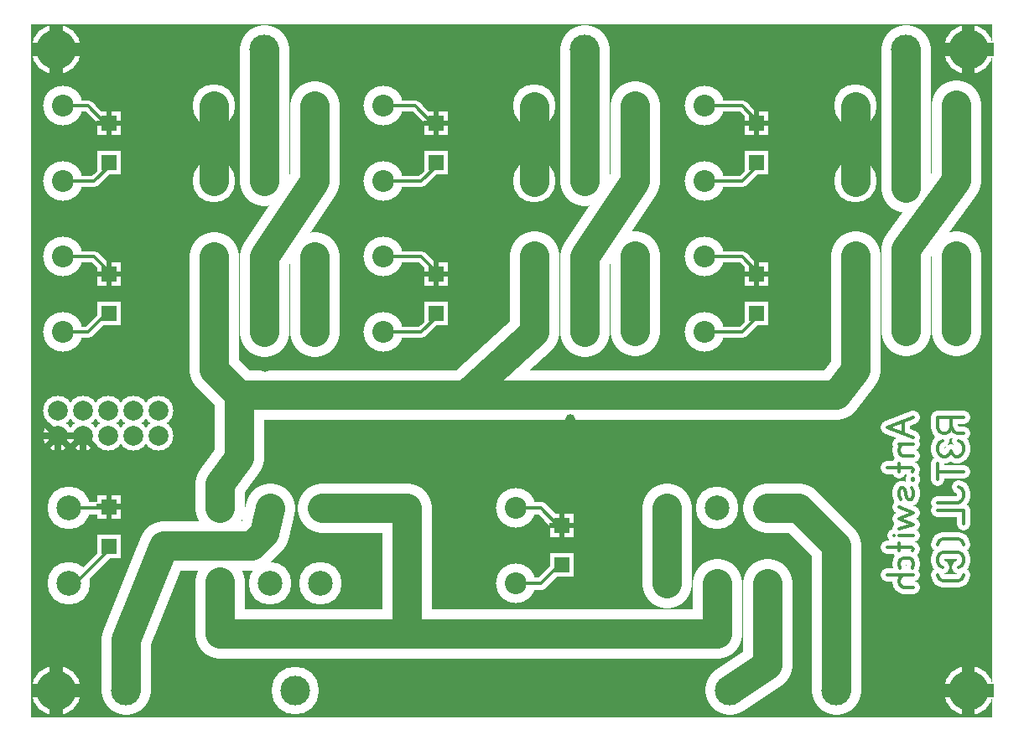
<source format=gbr>
%FSLAX34Y34*%
%MOMM*%
%LNCOPPER_BOTTOM*%
G71*
G01*
%ADD10C, 4.000*%
%ADD11C, 4.300*%
%ADD12C, 4.800*%
%ADD13C, 5.000*%
%ADD14C, 3.000*%
%ADD15C, 3.000*%
%ADD16R, 2.400X2.400*%
%ADD17C, 3.000*%
%ADD18C, 1.100*%
%ADD19C, 1.300*%
%ADD20C, 5.000*%
%ADD21C, 1.333*%
%ADD22C, 1.000*%
%ADD23C, 0.533*%
%ADD24C, 0.667*%
%ADD25C, 2.200*%
%ADD26C, 2.500*%
%ADD27R, 1.600X1.600*%
%ADD28C, 2.000*%
%ADD29C, 0.300*%
%ADD30C, 4.000*%
%ADD31C, 0.333*%
%LPD*%
G36*
X0Y0D02*
X970000Y0D01*
X970000Y-700000D01*
X0Y-700000D01*
X0Y0D01*
G37*
%LPC*%
X679450Y-82551D02*
G54D10*
D03*
X679450Y-158751D02*
G54D10*
D03*
X831850Y-82551D02*
G54D11*
D03*
X882650Y-82551D02*
G54D11*
D03*
X933450Y-82551D02*
G54D11*
D03*
X831850Y-158751D02*
G54D11*
D03*
X882650Y-158751D02*
G54D11*
D03*
X933450Y-158751D02*
G54D11*
D03*
X882650Y-25400D02*
G54D12*
D03*
X558800Y-25400D02*
G54D12*
D03*
X234950Y-25400D02*
G54D12*
D03*
X31750Y-234951D02*
G54D10*
D03*
X31750Y-311151D02*
G54D10*
D03*
X184150Y-234951D02*
G54D11*
D03*
X234950Y-234951D02*
G54D11*
D03*
X285750Y-234951D02*
G54D11*
D03*
X184150Y-311151D02*
G54D11*
D03*
X234950Y-311151D02*
G54D11*
D03*
X285750Y-311151D02*
G54D11*
D03*
X31750Y-82551D02*
G54D10*
D03*
X31750Y-158751D02*
G54D10*
D03*
X184150Y-82551D02*
G54D11*
D03*
X234950Y-82551D02*
G54D11*
D03*
X285750Y-82551D02*
G54D11*
D03*
X184150Y-158751D02*
G54D11*
D03*
X234950Y-158751D02*
G54D11*
D03*
X285750Y-158751D02*
G54D11*
D03*
X355600Y-82551D02*
G54D10*
D03*
X355600Y-158751D02*
G54D10*
D03*
X508000Y-82551D02*
G54D11*
D03*
X558800Y-82551D02*
G54D11*
D03*
X609600Y-82551D02*
G54D11*
D03*
X508000Y-158751D02*
G54D11*
D03*
X558800Y-158751D02*
G54D11*
D03*
X609600Y-158751D02*
G54D11*
D03*
X355601Y-234952D02*
G54D10*
D03*
X355601Y-311152D02*
G54D10*
D03*
X508001Y-234952D02*
G54D11*
D03*
X558801Y-234952D02*
G54D11*
D03*
X609601Y-234952D02*
G54D11*
D03*
X508001Y-311152D02*
G54D11*
D03*
X558801Y-311152D02*
G54D11*
D03*
X609601Y-311152D02*
G54D11*
D03*
X679450Y-234951D02*
G54D10*
D03*
X679450Y-311151D02*
G54D10*
D03*
X831850Y-234951D02*
G54D11*
D03*
X882650Y-234951D02*
G54D11*
D03*
X933450Y-234951D02*
G54D11*
D03*
X831850Y-311151D02*
G54D11*
D03*
X882650Y-311151D02*
G54D11*
D03*
X933450Y-311151D02*
G54D11*
D03*
G54D13*
X882650Y-25400D02*
X882650Y-165100D01*
G54D13*
X558800Y-25400D02*
X558800Y-158750D01*
G54D13*
X234950Y-25400D02*
X234950Y-158750D01*
X488950Y-488952D02*
G54D10*
D03*
X488950Y-565152D02*
G54D10*
D03*
X641350Y-488952D02*
G54D11*
D03*
X692150Y-488952D02*
G54D11*
D03*
X742950Y-488952D02*
G54D11*
D03*
X641350Y-565152D02*
G54D11*
D03*
X692150Y-565152D02*
G54D11*
D03*
X742950Y-565152D02*
G54D11*
D03*
G54D13*
X609600Y-81756D02*
X609600Y-157956D01*
X558800Y-234156D01*
X558800Y-310356D01*
G54D13*
X285750Y-81756D02*
X285750Y-157956D01*
X234950Y-234156D01*
X234950Y-310356D01*
G54D13*
X933450Y-80962D02*
X933450Y-157162D01*
X882650Y-227012D01*
X882650Y-309562D01*
X38100Y-488951D02*
G54D11*
D03*
X38100Y-565151D02*
G54D11*
D03*
X190500Y-488951D02*
G54D11*
D03*
X241300Y-488951D02*
G54D11*
D03*
X292100Y-488951D02*
G54D11*
D03*
X190500Y-565151D02*
G54D11*
D03*
X241300Y-565151D02*
G54D11*
D03*
X292100Y-565151D02*
G54D11*
D03*
G54D13*
X184150Y-310356D02*
X184150Y-348456D01*
X209550Y-373856D01*
X812800Y-373856D01*
X831850Y-348456D01*
X831850Y-310356D01*
G54D13*
X508000Y-310356D02*
X438150Y-373856D01*
G54D13*
X241300Y-488156D02*
X234950Y-513556D01*
X222250Y-526256D01*
X133350Y-526256D01*
X95250Y-621506D01*
X95250Y-672306D01*
G54D13*
X190500Y-488156D02*
X190500Y-464344D01*
X209550Y-437356D01*
X209550Y-373856D01*
G54D13*
X190500Y-562769D02*
X190500Y-615156D01*
X692150Y-615156D01*
X692150Y-564356D01*
G54D13*
X641350Y-564356D02*
X641350Y-488156D01*
G54D13*
X742950Y-564356D02*
X742950Y-646906D01*
X704850Y-672306D01*
G54D13*
X742950Y-488156D02*
X774700Y-488156D01*
X812800Y-526256D01*
X812800Y-672306D01*
X95250Y-673100D02*
G54D12*
D03*
X266700Y-673100D02*
G54D12*
D03*
X704850Y-673100D02*
G54D12*
D03*
X812800Y-673100D02*
G54D12*
D03*
G54D13*
X831850Y-233362D02*
X831850Y-309562D01*
G54D13*
X933450Y-233362D02*
X933450Y-309562D01*
G54D13*
X609600Y-233362D02*
X609600Y-309562D01*
G54D13*
X508000Y-233362D02*
X508000Y-309562D01*
G54D13*
X285750Y-234156D02*
X285750Y-310356D01*
G54D13*
X184150Y-234156D02*
X184150Y-310356D01*
G54D14*
X184150Y-82550D02*
X184150Y-158750D01*
G54D14*
X508000Y-83344D02*
X508000Y-159544D01*
G54D14*
X831850Y-83344D02*
X831850Y-159544D01*
X127000Y-25400D02*
G54D15*
D03*
X444500Y-25400D02*
G54D15*
D03*
X774700Y-25400D02*
G54D15*
D03*
X158750Y-673100D02*
G54D15*
D03*
X336550Y-673100D02*
G54D15*
D03*
X635000Y-673100D02*
G54D15*
D03*
X889000Y-673100D02*
G54D15*
D03*
X78449Y-139724D02*
G54D16*
D03*
X78449Y-100024D02*
G54D16*
D03*
X128492Y-390098D02*
G54D17*
D03*
X128492Y-415498D02*
G54D17*
D03*
X103092Y-390098D02*
G54D17*
D03*
X103092Y-415498D02*
G54D17*
D03*
X77692Y-390098D02*
G54D17*
D03*
X77692Y-415498D02*
G54D17*
D03*
X52292Y-390098D02*
G54D17*
D03*
X52292Y-415498D02*
G54D17*
D03*
X26892Y-390098D02*
G54D17*
D03*
X26892Y-415498D02*
G54D17*
D03*
X408649Y-139724D02*
G54D16*
D03*
X408649Y-100024D02*
G54D16*
D03*
X732499Y-139724D02*
G54D16*
D03*
X732499Y-100024D02*
G54D16*
D03*
X78449Y-292124D02*
G54D16*
D03*
X78449Y-252424D02*
G54D16*
D03*
X408649Y-292124D02*
G54D16*
D03*
X408649Y-252424D02*
G54D16*
D03*
X732499Y-292124D02*
G54D16*
D03*
X732499Y-252424D02*
G54D16*
D03*
G54D18*
X31750Y-82550D02*
X57150Y-82550D01*
X76200Y-101600D01*
G54D18*
X355600Y-82550D02*
X387350Y-82550D01*
X406400Y-101600D01*
G54D18*
X679450Y-82550D02*
X717550Y-82550D01*
X736600Y-101600D01*
G54D18*
X31750Y-234950D02*
X63500Y-234950D01*
X82550Y-254000D01*
G54D18*
X355600Y-234950D02*
X393700Y-234950D01*
X412750Y-254000D01*
G54D18*
X679450Y-234950D02*
X717550Y-234950D01*
X736600Y-254000D01*
G54D18*
X31750Y-311150D02*
X57150Y-311150D01*
X76200Y-292100D01*
G54D18*
X31750Y-158750D02*
X63500Y-158750D01*
X82550Y-139700D01*
G54D18*
X355600Y-158750D02*
X393700Y-158750D01*
X412750Y-139700D01*
G54D18*
X679450Y-158750D02*
X717550Y-158750D01*
X736600Y-139700D01*
G54D18*
X679450Y-311150D02*
X717550Y-311150D01*
X736600Y-292100D01*
G54D18*
X355600Y-311150D02*
X393700Y-311150D01*
X412750Y-292100D01*
X535649Y-546124D02*
G54D16*
D03*
X535649Y-506424D02*
G54D16*
D03*
X78449Y-527074D02*
G54D16*
D03*
X78449Y-487374D02*
G54D16*
D03*
G54D19*
X488950Y-488950D02*
X514350Y-488950D01*
X533400Y-508000D01*
G54D19*
X38100Y-488950D02*
X76200Y-488950D01*
X946150Y-25400D02*
G54D20*
D03*
X25400Y-25400D02*
G54D20*
D03*
X25400Y-673100D02*
G54D20*
D03*
X946150Y-673100D02*
G54D20*
D03*
G54D21*
X890862Y-397050D02*
X864195Y-407050D01*
X890862Y-417050D01*
G54D21*
X880862Y-401050D02*
X880862Y-413050D01*
G54D21*
X890862Y-424382D02*
X875862Y-424382D01*
G54D21*
X879195Y-424382D02*
X876862Y-426382D01*
X875862Y-430382D01*
X876862Y-434382D01*
X879195Y-436382D01*
X890862Y-436382D01*
G54D21*
X864195Y-447716D02*
X889195Y-447716D01*
X890862Y-449716D01*
X890195Y-451716D01*
G54D21*
X875862Y-443716D02*
X875862Y-451716D01*
G54D21*
X890862Y-460648D02*
X890862Y-459048D01*
X889528Y-459048D01*
X889528Y-460648D01*
X890862Y-460648D01*
X890862Y-459048D01*
G54D21*
X889195Y-467982D02*
X890862Y-471982D01*
X890862Y-475982D01*
X889195Y-479982D01*
X885862Y-479982D01*
X884195Y-477982D01*
X882528Y-469982D01*
X880862Y-467982D01*
X877528Y-467982D01*
X875862Y-471982D01*
X875862Y-475982D01*
X877528Y-479982D01*
G54D21*
X875862Y-487314D02*
X890862Y-493314D01*
X875862Y-499314D01*
X890862Y-505314D01*
X875862Y-509314D01*
G54D21*
X890862Y-516648D02*
X875862Y-516648D01*
G54D21*
X870862Y-516648D02*
X870862Y-516648D01*
G54D21*
X864195Y-527980D02*
X889195Y-527980D01*
X890862Y-529980D01*
X890195Y-531980D01*
G54D21*
X875862Y-523980D02*
X875862Y-531980D01*
G54D21*
X876862Y-549314D02*
X875862Y-545314D01*
X876862Y-541314D01*
X880195Y-539314D01*
X886862Y-539314D01*
X890195Y-541314D01*
X890862Y-545314D01*
X890195Y-549314D01*
G54D21*
X890862Y-556646D02*
X864195Y-556646D01*
G54D21*
X880195Y-556646D02*
X876862Y-558646D01*
X875862Y-562646D01*
X876862Y-566646D01*
X880195Y-568646D01*
X890862Y-568646D01*
G54D21*
X928329Y-405338D02*
X931662Y-411338D01*
X934996Y-413338D01*
X941662Y-413338D01*
G54D21*
X941662Y-397338D02*
X914996Y-397338D01*
X914996Y-407338D01*
X916662Y-411338D01*
X919996Y-413338D01*
X923329Y-413338D01*
X926662Y-411338D01*
X928329Y-407338D01*
X928329Y-397338D01*
G54D21*
X919996Y-420671D02*
X916662Y-422671D01*
X914996Y-426671D01*
X914996Y-430671D01*
X916662Y-434671D01*
X919996Y-436671D01*
X923329Y-436671D01*
X926662Y-434671D01*
X928329Y-430671D01*
X929996Y-434671D01*
X933329Y-436671D01*
X936662Y-436671D01*
X939996Y-434671D01*
X941662Y-430671D01*
X941662Y-426671D01*
X939996Y-422671D01*
X936662Y-420671D01*
G54D21*
X941662Y-452004D02*
X914996Y-452004D01*
G54D21*
X914996Y-444004D02*
X914996Y-460004D01*
G54D21*
X914996Y-483337D02*
X936662Y-483337D01*
X939996Y-481337D01*
X941662Y-477337D01*
X941662Y-473337D01*
X939996Y-469337D01*
X936662Y-467337D01*
G54D21*
X914996Y-490670D02*
X941662Y-490670D01*
X941662Y-504670D01*
G54D21*
X914996Y-525736D02*
X916662Y-521736D01*
X919996Y-519736D01*
X936662Y-519736D01*
X939996Y-521736D01*
X941662Y-525736D01*
G54D21*
X936662Y-549069D02*
X939996Y-547069D01*
X941662Y-543069D01*
X941662Y-539069D01*
X939996Y-535069D01*
X936662Y-533069D01*
X919996Y-533069D01*
X916662Y-535069D01*
X914996Y-539069D01*
X914996Y-543069D01*
X916662Y-547069D01*
X919996Y-549069D01*
G54D21*
X914996Y-556402D02*
X916662Y-560402D01*
X919996Y-562402D01*
X936662Y-562402D01*
X939996Y-560402D01*
X941662Y-556402D01*
G54D19*
X38100Y-565150D02*
X44450Y-565150D01*
X82550Y-527050D01*
G54D19*
X488950Y-565150D02*
X514350Y-565150D01*
X533400Y-546100D01*
G54D13*
X379412Y-615156D02*
X379412Y-488156D01*
X293688Y-488156D01*
X858838Y-511175D02*
G54D22*
D03*
X779463Y-595312D02*
G54D22*
D03*
X927100Y-604838D02*
G54D22*
D03*
X430213Y-488950D02*
G54D22*
D03*
X585788Y-525462D02*
G54D22*
D03*
X379413Y-647700D02*
G54D22*
D03*
X131763Y-484188D02*
G54D22*
D03*
X444500Y-300038D02*
G54D22*
D03*
X176213Y-400050D02*
G54D22*
D03*
X127000Y-230188D02*
G54D22*
D03*
X782638Y-300038D02*
G54D22*
D03*
X452438Y-227012D02*
G54D22*
D03*
X782638Y-195262D02*
G54D22*
D03*
X88900Y-214312D02*
G54D22*
D03*
X22226Y-195262D02*
G54D22*
D03*
X39688Y-447675D02*
G54D22*
D03*
X125413Y-152400D02*
G54D22*
D03*
X320676Y-104775D02*
G54D22*
D03*
X465138Y-119062D02*
G54D22*
D03*
X644526Y-117475D02*
G54D22*
D03*
X785813Y-95250D02*
G54D22*
D03*
X876300Y-360362D02*
G54D22*
D03*
X544513Y-398462D02*
G54D22*
D03*
X249238Y-415925D02*
G54D22*
D03*
X236538Y-346075D02*
G54D22*
D03*
X338138Y-541338D02*
G54D22*
D03*
X146050Y-582612D02*
G54D22*
D03*
X950913Y-198438D02*
G54D22*
D03*
%LPD*%
G54D23*
G36*
X78449Y-97358D02*
X90949Y-97358D01*
X90949Y-102691D01*
X78449Y-102691D01*
X78449Y-97358D01*
G37*
G36*
X81116Y-100024D02*
X81116Y-112524D01*
X75783Y-112524D01*
X75783Y-100024D01*
X81116Y-100024D01*
G37*
G36*
X78449Y-102691D02*
X65949Y-102691D01*
X65949Y-97358D01*
X78449Y-97358D01*
X78449Y-102691D01*
G37*
G36*
X75783Y-100024D02*
X75783Y-87524D01*
X81116Y-87524D01*
X81116Y-100024D01*
X75783Y-100024D01*
G37*
G54D24*
G36*
X54649Y-413141D02*
X65609Y-424101D01*
X60895Y-428815D01*
X49935Y-417855D01*
X54649Y-413141D01*
G37*
G36*
X55625Y-415498D02*
X55625Y-430998D01*
X48959Y-430998D01*
X48959Y-415498D01*
X55625Y-415498D01*
G37*
G36*
X54649Y-417855D02*
X43689Y-428815D01*
X38975Y-424101D01*
X49935Y-413141D01*
X54649Y-417855D01*
G37*
G36*
X52292Y-418831D02*
X36792Y-418831D01*
X36792Y-412165D01*
X52292Y-412165D01*
X52292Y-418831D01*
G37*
G54D24*
G36*
X26892Y-412165D02*
X42392Y-412165D01*
X42392Y-418831D01*
X26892Y-418831D01*
X26892Y-412165D01*
G37*
G36*
X29249Y-413141D02*
X40209Y-424101D01*
X35495Y-428815D01*
X24535Y-417855D01*
X29249Y-413141D01*
G37*
G36*
X30225Y-415498D02*
X30225Y-430998D01*
X23559Y-430998D01*
X23559Y-415498D01*
X30225Y-415498D01*
G37*
G36*
X29249Y-417855D02*
X18289Y-428815D01*
X13575Y-424101D01*
X24535Y-413141D01*
X29249Y-417855D01*
G37*
G36*
X26892Y-418831D02*
X11392Y-418831D01*
X11392Y-412165D01*
X26892Y-412165D01*
X26892Y-418831D01*
G37*
G36*
X24535Y-417855D02*
X13575Y-406895D01*
X18289Y-402181D01*
X29249Y-413141D01*
X24535Y-417855D01*
G37*
G54D23*
G36*
X408649Y-97358D02*
X421149Y-97358D01*
X421149Y-102691D01*
X408649Y-102691D01*
X408649Y-97358D01*
G37*
G36*
X411316Y-100024D02*
X411316Y-112524D01*
X405983Y-112524D01*
X405983Y-100024D01*
X411316Y-100024D01*
G37*
G36*
X408649Y-102691D02*
X396149Y-102691D01*
X396149Y-97358D01*
X408649Y-97358D01*
X408649Y-102691D01*
G37*
G36*
X405983Y-100024D02*
X405983Y-87524D01*
X411316Y-87524D01*
X411316Y-100024D01*
X405983Y-100024D01*
G37*
G54D23*
G36*
X732499Y-97358D02*
X744999Y-97358D01*
X744999Y-102691D01*
X732499Y-102691D01*
X732499Y-97358D01*
G37*
G36*
X735166Y-100024D02*
X735166Y-112524D01*
X729833Y-112524D01*
X729833Y-100024D01*
X735166Y-100024D01*
G37*
G36*
X732499Y-102691D02*
X719999Y-102691D01*
X719999Y-97358D01*
X732499Y-97358D01*
X732499Y-102691D01*
G37*
G36*
X729833Y-100024D02*
X729833Y-87524D01*
X735166Y-87524D01*
X735166Y-100024D01*
X729833Y-100024D01*
G37*
G54D23*
G36*
X78449Y-249758D02*
X90949Y-249758D01*
X90949Y-255091D01*
X78449Y-255091D01*
X78449Y-249758D01*
G37*
G36*
X81116Y-252424D02*
X81116Y-264924D01*
X75783Y-264924D01*
X75783Y-252424D01*
X81116Y-252424D01*
G37*
G36*
X78449Y-255091D02*
X65949Y-255091D01*
X65949Y-249758D01*
X78449Y-249758D01*
X78449Y-255091D01*
G37*
G36*
X75783Y-252424D02*
X75783Y-239924D01*
X81116Y-239924D01*
X81116Y-252424D01*
X75783Y-252424D01*
G37*
G54D23*
G36*
X408649Y-249758D02*
X421149Y-249758D01*
X421149Y-255091D01*
X408649Y-255091D01*
X408649Y-249758D01*
G37*
G36*
X411316Y-252424D02*
X411316Y-264924D01*
X405983Y-264924D01*
X405983Y-252424D01*
X411316Y-252424D01*
G37*
G36*
X408649Y-255091D02*
X396149Y-255091D01*
X396149Y-249758D01*
X408649Y-249758D01*
X408649Y-255091D01*
G37*
G36*
X405983Y-252424D02*
X405983Y-239924D01*
X411316Y-239924D01*
X411316Y-252424D01*
X405983Y-252424D01*
G37*
G54D23*
G36*
X732499Y-249758D02*
X744999Y-249758D01*
X744999Y-255091D01*
X732499Y-255091D01*
X732499Y-249758D01*
G37*
G36*
X735166Y-252424D02*
X735166Y-264924D01*
X729833Y-264924D01*
X729833Y-252424D01*
X735166Y-252424D01*
G37*
G36*
X732499Y-255091D02*
X719999Y-255091D01*
X719999Y-249758D01*
X732499Y-249758D01*
X732499Y-255091D01*
G37*
G36*
X729833Y-252424D02*
X729833Y-239924D01*
X735166Y-239924D01*
X735166Y-252424D01*
X729833Y-252424D01*
G37*
G54D23*
G36*
X535649Y-503758D02*
X548149Y-503758D01*
X548149Y-509091D01*
X535649Y-509091D01*
X535649Y-503758D01*
G37*
G36*
X538316Y-506424D02*
X538316Y-518924D01*
X532983Y-518924D01*
X532983Y-506424D01*
X538316Y-506424D01*
G37*
G36*
X535649Y-509091D02*
X523149Y-509091D01*
X523149Y-503758D01*
X535649Y-503758D01*
X535649Y-509091D01*
G37*
G36*
X532983Y-506424D02*
X532983Y-493924D01*
X538316Y-493924D01*
X538316Y-506424D01*
X532983Y-506424D01*
G37*
G54D23*
G36*
X78449Y-484708D02*
X90949Y-484708D01*
X90949Y-490041D01*
X78449Y-490041D01*
X78449Y-484708D01*
G37*
G36*
X81116Y-487374D02*
X81116Y-499874D01*
X75783Y-499874D01*
X75783Y-487374D01*
X81116Y-487374D01*
G37*
G36*
X78449Y-490041D02*
X65949Y-490041D01*
X65949Y-484708D01*
X78449Y-484708D01*
X78449Y-490041D01*
G37*
G36*
X75783Y-487374D02*
X75783Y-474874D01*
X81116Y-474874D01*
X81116Y-487374D01*
X75783Y-487374D01*
G37*
G54D21*
G36*
X939483Y-25400D02*
X939483Y100D01*
X952817Y100D01*
X952817Y-25400D01*
X939483Y-25400D01*
G37*
G36*
X946150Y-18733D02*
X971650Y-18733D01*
X971650Y-32067D01*
X946150Y-32067D01*
X946150Y-18733D01*
G37*
G36*
X952817Y-25400D02*
X952817Y-50900D01*
X939483Y-50900D01*
X939483Y-25400D01*
X952817Y-25400D01*
G37*
G36*
X946150Y-32067D02*
X920650Y-32067D01*
X920650Y-18733D01*
X946150Y-18733D01*
X946150Y-32067D01*
G37*
G54D21*
G36*
X18733Y-25400D02*
X18733Y100D01*
X32067Y100D01*
X32067Y-25400D01*
X18733Y-25400D01*
G37*
G36*
X25400Y-18733D02*
X50900Y-18733D01*
X50900Y-32067D01*
X25400Y-32067D01*
X25400Y-18733D01*
G37*
G36*
X32067Y-25400D02*
X32067Y-50900D01*
X18733Y-50900D01*
X18733Y-25400D01*
X32067Y-25400D01*
G37*
G36*
X25400Y-32067D02*
X-100Y-32067D01*
X-100Y-18733D01*
X25400Y-18733D01*
X25400Y-32067D01*
G37*
G54D21*
G36*
X18733Y-673100D02*
X18733Y-647600D01*
X32067Y-647600D01*
X32067Y-673100D01*
X18733Y-673100D01*
G37*
G36*
X25400Y-666433D02*
X50900Y-666433D01*
X50900Y-679767D01*
X25400Y-679767D01*
X25400Y-666433D01*
G37*
G36*
X32067Y-673100D02*
X32067Y-698600D01*
X18733Y-698600D01*
X18733Y-673100D01*
X32067Y-673100D01*
G37*
G36*
X25400Y-679767D02*
X-100Y-679767D01*
X-100Y-666433D01*
X25400Y-666433D01*
X25400Y-679767D01*
G37*
G54D21*
G36*
X939483Y-673100D02*
X939483Y-647600D01*
X952817Y-647600D01*
X952817Y-673100D01*
X939483Y-673100D01*
G37*
G36*
X946150Y-666433D02*
X971650Y-666433D01*
X971650Y-679767D01*
X946150Y-679767D01*
X946150Y-666433D01*
G37*
G36*
X952817Y-673100D02*
X952817Y-698600D01*
X939483Y-698600D01*
X939483Y-673100D01*
X952817Y-673100D01*
G37*
G36*
X946150Y-679767D02*
X920650Y-679767D01*
X920650Y-666433D01*
X946150Y-666433D01*
X946150Y-679767D01*
G37*
X679450Y-82551D02*
G54D25*
D03*
X679450Y-158751D02*
G54D25*
D03*
X831850Y-82551D02*
G54D26*
D03*
X882650Y-82551D02*
G54D26*
D03*
X933450Y-82551D02*
G54D26*
D03*
X831850Y-158751D02*
G54D26*
D03*
X882650Y-158751D02*
G54D26*
D03*
X933450Y-158751D02*
G54D26*
D03*
X882650Y-25400D02*
G54D15*
D03*
X558800Y-25400D02*
G54D15*
D03*
X234950Y-25400D02*
G54D15*
D03*
X31750Y-234951D02*
G54D25*
D03*
X31750Y-311151D02*
G54D25*
D03*
X184150Y-234951D02*
G54D26*
D03*
X234950Y-234951D02*
G54D26*
D03*
X285750Y-234951D02*
G54D26*
D03*
X184150Y-311151D02*
G54D26*
D03*
X234950Y-311151D02*
G54D26*
D03*
X285750Y-311151D02*
G54D26*
D03*
X31750Y-82551D02*
G54D25*
D03*
X31750Y-158751D02*
G54D25*
D03*
X184150Y-82551D02*
G54D26*
D03*
X234950Y-82551D02*
G54D26*
D03*
X285750Y-82551D02*
G54D26*
D03*
X184150Y-158751D02*
G54D26*
D03*
X234950Y-158751D02*
G54D26*
D03*
X285750Y-158751D02*
G54D26*
D03*
X355600Y-82551D02*
G54D25*
D03*
X355600Y-158751D02*
G54D25*
D03*
X508000Y-82551D02*
G54D26*
D03*
X558800Y-82551D02*
G54D26*
D03*
X609600Y-82551D02*
G54D26*
D03*
X508000Y-158751D02*
G54D26*
D03*
X558800Y-158751D02*
G54D26*
D03*
X609600Y-158751D02*
G54D26*
D03*
X355601Y-234952D02*
G54D25*
D03*
X355601Y-311152D02*
G54D25*
D03*
X508001Y-234952D02*
G54D26*
D03*
X558801Y-234952D02*
G54D26*
D03*
X609601Y-234952D02*
G54D26*
D03*
X508001Y-311152D02*
G54D26*
D03*
X558801Y-311152D02*
G54D26*
D03*
X609601Y-311152D02*
G54D26*
D03*
X679450Y-234951D02*
G54D25*
D03*
X679450Y-311151D02*
G54D25*
D03*
X831850Y-234951D02*
G54D26*
D03*
X882650Y-234951D02*
G54D26*
D03*
X933450Y-234951D02*
G54D26*
D03*
X831850Y-311151D02*
G54D26*
D03*
X882650Y-311151D02*
G54D26*
D03*
X933450Y-311151D02*
G54D26*
D03*
G54D14*
X882650Y-25400D02*
X882650Y-165100D01*
G54D14*
X558800Y-25400D02*
X558800Y-158750D01*
G54D14*
X234950Y-25400D02*
X234950Y-158750D01*
X488950Y-488952D02*
G54D25*
D03*
X488950Y-565152D02*
G54D25*
D03*
X641350Y-488952D02*
G54D26*
D03*
X692150Y-488952D02*
G54D26*
D03*
X742950Y-488952D02*
G54D26*
D03*
X641350Y-565152D02*
G54D26*
D03*
X692150Y-565152D02*
G54D26*
D03*
X742950Y-565152D02*
G54D26*
D03*
G54D14*
X609600Y-81756D02*
X609600Y-157956D01*
X558800Y-234156D01*
X558800Y-310356D01*
G54D14*
X285750Y-81756D02*
X285750Y-157956D01*
X234950Y-234156D01*
X234950Y-310356D01*
G54D14*
X933450Y-80962D02*
X933450Y-157162D01*
X882650Y-227012D01*
X882650Y-309562D01*
X38100Y-488951D02*
G54D26*
D03*
X38100Y-565151D02*
G54D26*
D03*
X190500Y-488951D02*
G54D26*
D03*
X241300Y-488951D02*
G54D26*
D03*
X292100Y-488951D02*
G54D26*
D03*
X190500Y-565151D02*
G54D26*
D03*
X241300Y-565151D02*
G54D26*
D03*
X292100Y-565151D02*
G54D26*
D03*
G54D14*
X184150Y-310356D02*
X184150Y-348456D01*
X209550Y-373856D01*
X812800Y-373856D01*
X831850Y-348456D01*
X831850Y-310356D01*
G54D14*
X508000Y-310356D02*
X438150Y-373856D01*
G54D14*
X241300Y-488156D02*
X234950Y-513556D01*
X222250Y-526256D01*
X133350Y-526256D01*
X95250Y-621506D01*
X95250Y-672306D01*
G54D14*
X190500Y-488156D02*
X190500Y-464344D01*
X209550Y-437356D01*
X209550Y-373856D01*
G54D14*
X190500Y-562769D02*
X190500Y-615156D01*
X692150Y-615156D01*
X692150Y-564356D01*
G54D14*
X641350Y-564356D02*
X641350Y-488156D01*
G54D14*
X742950Y-564356D02*
X742950Y-646906D01*
X704850Y-672306D01*
G54D14*
X742950Y-488156D02*
X774700Y-488156D01*
X812800Y-526256D01*
X812800Y-672306D01*
X95250Y-673100D02*
G54D15*
D03*
X266700Y-673100D02*
G54D15*
D03*
X704850Y-673100D02*
G54D15*
D03*
X812800Y-673100D02*
G54D15*
D03*
G54D14*
X831850Y-233362D02*
X831850Y-309562D01*
G54D14*
X933450Y-233362D02*
X933450Y-309562D01*
G54D14*
X609600Y-233362D02*
X609600Y-309562D01*
G54D14*
X508000Y-233362D02*
X508000Y-309562D01*
G54D14*
X285750Y-234156D02*
X285750Y-310356D01*
G54D14*
X184150Y-234156D02*
X184150Y-310356D01*
G54D14*
X184150Y-82550D02*
X184150Y-158750D01*
G54D14*
X508000Y-83344D02*
X508000Y-159544D01*
G54D14*
X831850Y-83344D02*
X831850Y-159544D01*
X127000Y-25400D02*
G54D15*
D03*
X444500Y-25400D02*
G54D15*
D03*
X774700Y-25400D02*
G54D15*
D03*
X158750Y-673100D02*
G54D15*
D03*
X336550Y-673100D02*
G54D15*
D03*
X635000Y-673100D02*
G54D15*
D03*
X889000Y-673100D02*
G54D15*
D03*
X78449Y-139724D02*
G54D27*
D03*
X78449Y-100024D02*
G54D27*
D03*
X128492Y-390098D02*
G54D28*
D03*
X128492Y-415498D02*
G54D28*
D03*
X103092Y-390098D02*
G54D28*
D03*
X103092Y-415498D02*
G54D28*
D03*
X77692Y-390098D02*
G54D28*
D03*
X77692Y-415498D02*
G54D28*
D03*
X52292Y-390098D02*
G54D28*
D03*
X52292Y-415498D02*
G54D28*
D03*
X26892Y-390098D02*
G54D28*
D03*
X26892Y-415498D02*
G54D28*
D03*
X408649Y-139724D02*
G54D27*
D03*
X408649Y-100024D02*
G54D27*
D03*
X732499Y-139724D02*
G54D27*
D03*
X732499Y-100024D02*
G54D27*
D03*
X78449Y-292124D02*
G54D27*
D03*
X78449Y-252424D02*
G54D27*
D03*
X408649Y-292124D02*
G54D27*
D03*
X408649Y-252424D02*
G54D27*
D03*
X732499Y-292124D02*
G54D27*
D03*
X732499Y-252424D02*
G54D27*
D03*
G54D29*
X31750Y-82550D02*
X57150Y-82550D01*
X76200Y-101600D01*
G54D29*
X355600Y-82550D02*
X387350Y-82550D01*
X406400Y-101600D01*
G54D29*
X679450Y-82550D02*
X717550Y-82550D01*
X736600Y-101600D01*
G54D29*
X31750Y-234950D02*
X63500Y-234950D01*
X82550Y-254000D01*
G54D29*
X355600Y-234950D02*
X393700Y-234950D01*
X412750Y-254000D01*
G54D29*
X679450Y-234950D02*
X717550Y-234950D01*
X736600Y-254000D01*
G54D29*
X31750Y-311150D02*
X57150Y-311150D01*
X76200Y-292100D01*
G54D29*
X31750Y-158750D02*
X63500Y-158750D01*
X82550Y-139700D01*
G54D29*
X355600Y-158750D02*
X393700Y-158750D01*
X412750Y-139700D01*
G54D29*
X679450Y-158750D02*
X717550Y-158750D01*
X736600Y-139700D01*
G54D29*
X679450Y-311150D02*
X717550Y-311150D01*
X736600Y-292100D01*
G54D29*
X355600Y-311150D02*
X393700Y-311150D01*
X412750Y-292100D01*
X535649Y-546124D02*
G54D27*
D03*
X535649Y-506424D02*
G54D27*
D03*
X78449Y-527074D02*
G54D27*
D03*
X78449Y-487374D02*
G54D27*
D03*
G54D29*
X488950Y-488950D02*
X514350Y-488950D01*
X533400Y-508000D01*
G54D29*
X38100Y-488950D02*
X76200Y-488950D01*
X946150Y-25400D02*
G54D30*
D03*
X25400Y-25400D02*
G54D30*
D03*
X25400Y-673100D02*
G54D30*
D03*
X946150Y-673100D02*
G54D30*
D03*
G54D31*
X890862Y-397050D02*
X864195Y-407050D01*
X890862Y-417050D01*
G54D31*
X880862Y-401050D02*
X880862Y-413050D01*
G54D31*
X890862Y-424382D02*
X875862Y-424382D01*
G54D31*
X879195Y-424382D02*
X876862Y-426382D01*
X875862Y-430382D01*
X876862Y-434382D01*
X879195Y-436382D01*
X890862Y-436382D01*
G54D31*
X864195Y-447716D02*
X889195Y-447716D01*
X890862Y-449716D01*
X890195Y-451716D01*
G54D31*
X875862Y-443716D02*
X875862Y-451716D01*
G54D31*
X890862Y-460648D02*
X890862Y-459048D01*
X889528Y-459048D01*
X889528Y-460648D01*
X890862Y-460648D01*
X890862Y-459048D01*
G54D31*
X889195Y-467982D02*
X890862Y-471982D01*
X890862Y-475982D01*
X889195Y-479982D01*
X885862Y-479982D01*
X884195Y-477982D01*
X882528Y-469982D01*
X880862Y-467982D01*
X877528Y-467982D01*
X875862Y-471982D01*
X875862Y-475982D01*
X877528Y-479982D01*
G54D31*
X875862Y-487314D02*
X890862Y-493314D01*
X875862Y-499314D01*
X890862Y-505314D01*
X875862Y-509314D01*
G54D31*
X890862Y-516648D02*
X875862Y-516648D01*
G54D31*
X870862Y-516648D02*
X870862Y-516648D01*
G54D31*
X864195Y-527980D02*
X889195Y-527980D01*
X890862Y-529980D01*
X890195Y-531980D01*
G54D31*
X875862Y-523980D02*
X875862Y-531980D01*
G54D31*
X876862Y-549314D02*
X875862Y-545314D01*
X876862Y-541314D01*
X880195Y-539314D01*
X886862Y-539314D01*
X890195Y-541314D01*
X890862Y-545314D01*
X890195Y-549314D01*
G54D31*
X890862Y-556646D02*
X864195Y-556646D01*
G54D31*
X880195Y-556646D02*
X876862Y-558646D01*
X875862Y-562646D01*
X876862Y-566646D01*
X880195Y-568646D01*
X890862Y-568646D01*
G54D31*
X928329Y-405338D02*
X931662Y-411338D01*
X934996Y-413338D01*
X941662Y-413338D01*
G54D31*
X941662Y-397338D02*
X914996Y-397338D01*
X914996Y-407338D01*
X916662Y-411338D01*
X919996Y-413338D01*
X923329Y-413338D01*
X926662Y-411338D01*
X928329Y-407338D01*
X928329Y-397338D01*
G54D31*
X919996Y-420671D02*
X916662Y-422671D01*
X914996Y-426671D01*
X914996Y-430671D01*
X916662Y-434671D01*
X919996Y-436671D01*
X923329Y-436671D01*
X926662Y-434671D01*
X928329Y-430671D01*
X929996Y-434671D01*
X933329Y-436671D01*
X936662Y-436671D01*
X939996Y-434671D01*
X941662Y-430671D01*
X941662Y-426671D01*
X939996Y-422671D01*
X936662Y-420671D01*
G54D31*
X941662Y-452004D02*
X914996Y-452004D01*
G54D31*
X914996Y-444004D02*
X914996Y-460004D01*
G54D31*
X914996Y-483337D02*
X936662Y-483337D01*
X939996Y-481337D01*
X941662Y-477337D01*
X941662Y-473337D01*
X939996Y-469337D01*
X936662Y-467337D01*
G54D31*
X914996Y-490670D02*
X941662Y-490670D01*
X941662Y-504670D01*
G54D31*
X914996Y-525736D02*
X916662Y-521736D01*
X919996Y-519736D01*
X936662Y-519736D01*
X939996Y-521736D01*
X941662Y-525736D01*
G54D31*
X936662Y-549069D02*
X939996Y-547069D01*
X941662Y-543069D01*
X941662Y-539069D01*
X939996Y-535069D01*
X936662Y-533069D01*
X919996Y-533069D01*
X916662Y-535069D01*
X914996Y-539069D01*
X914996Y-543069D01*
X916662Y-547069D01*
X919996Y-549069D01*
G54D31*
X914996Y-556402D02*
X916662Y-560402D01*
X919996Y-562402D01*
X936662Y-562402D01*
X939996Y-560402D01*
X941662Y-556402D01*
G54D29*
X38100Y-565150D02*
X44450Y-565150D01*
X82550Y-527050D01*
G54D29*
X488950Y-565150D02*
X514350Y-565150D01*
X533400Y-546100D01*
G54D14*
X379412Y-615156D02*
X379412Y-488156D01*
X293688Y-488156D01*
X858838Y-511175D02*
G54D22*
D03*
X779463Y-595312D02*
G54D22*
D03*
X927100Y-604838D02*
G54D22*
D03*
X430213Y-488950D02*
G54D22*
D03*
X585788Y-525462D02*
G54D22*
D03*
X379413Y-647700D02*
G54D22*
D03*
X131763Y-484188D02*
G54D22*
D03*
X444500Y-300038D02*
G54D22*
D03*
X176213Y-400050D02*
G54D22*
D03*
X127000Y-230188D02*
G54D22*
D03*
X782638Y-300038D02*
G54D22*
D03*
X452438Y-227012D02*
G54D22*
D03*
X782638Y-195262D02*
G54D22*
D03*
X88900Y-214312D02*
G54D22*
D03*
X22226Y-195262D02*
G54D22*
D03*
X39688Y-447675D02*
G54D22*
D03*
X125413Y-152400D02*
G54D22*
D03*
X320676Y-104775D02*
G54D22*
D03*
X465138Y-119062D02*
G54D22*
D03*
X644526Y-117475D02*
G54D22*
D03*
X785813Y-95250D02*
G54D22*
D03*
X876300Y-360362D02*
G54D22*
D03*
X544513Y-398462D02*
G54D22*
D03*
X249238Y-415925D02*
G54D22*
D03*
X236538Y-346075D02*
G54D22*
D03*
X338138Y-541338D02*
G54D22*
D03*
X146050Y-582612D02*
G54D22*
D03*
X950913Y-198438D02*
G54D22*
D03*
M02*

</source>
